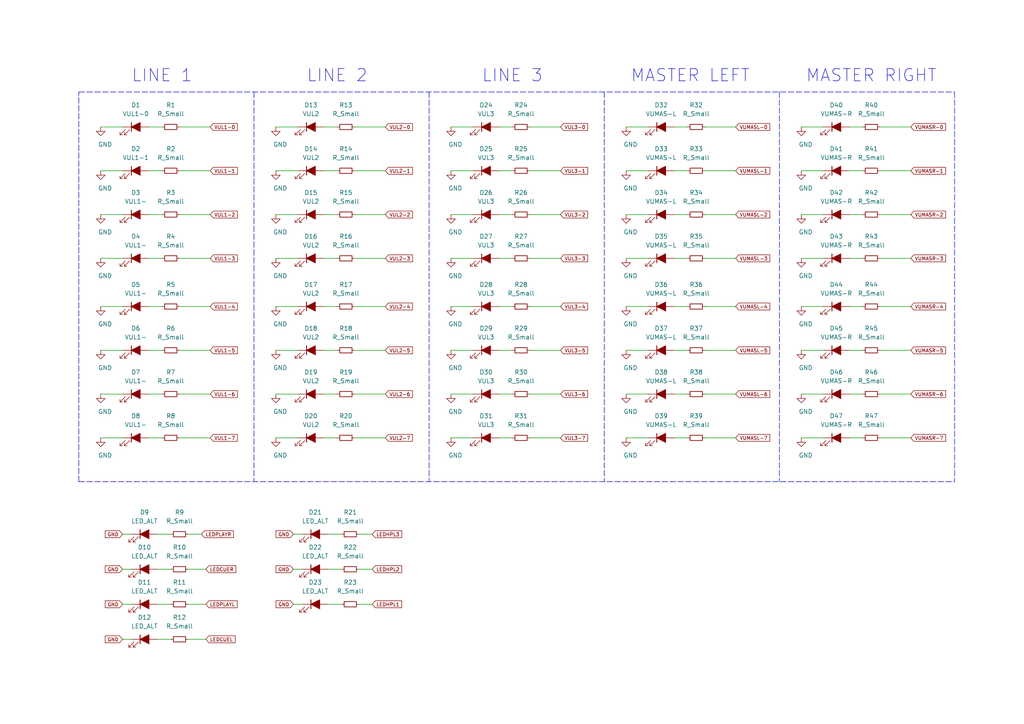
<source format=kicad_sch>
(kicad_sch (version 20210126) (generator eeschema)
  (paper "A4")
  (lib_symbols
    (symbol "Device:LED_Filled" (pin_numbers hide) (pin_names (offset 1.016) hide)
      (property "Reference" "D" (at 0 2.54 0))
      (property "Value" "LED_Filled" (at 0 -2.54 0))
      (symbol "LED_Filled_0_1"
        (polyline (pts (xy -1.27 -1.27) (xy -1.27 1.27)) (stroke (width 0.254)))
        (polyline (pts (xy -1.27 0) (xy 1.27 0)))
        (polyline (pts (xy -3.048 -0.762) (xy -4.572 -2.286) (xy -3.81 -2.286) (xy -4.572 -2.286) (xy -4.572 -1.524)))
        (polyline (pts (xy -1.778 -0.762) (xy -3.302 -2.286) (xy -2.54 -2.286) (xy -3.302 -2.286) (xy -3.302 -1.524)))
        (polyline (pts (xy 1.27 -1.27) (xy 1.27 1.27) (xy -1.27 0) (xy 1.27 -1.27)) (stroke (width 0.254)) (fill (type outline)))
      )
      (symbol "LED_Filled_1_1"
        (pin passive line (at -3.81 0 0) (length 2.54) (name "K") (number "1"))
        (pin passive line (at 3.81 0 180) (length 2.54) (name "A") (number "2"))
      )
    )
    (symbol "Device:R_Small" (pin_numbers hide) (pin_names (offset 0.254) hide)
      (property "Reference" "R" (at 0.762 0.508 0))
      (property "Value" "R_Small" (at 0.762 -1.016 0))
      (symbol "R_Small_0_1"
        (rectangle (start -0.762 1.778) (end 0.762 -1.778) (stroke (width 0.2032)))
      )
      (symbol "R_Small_1_1"
        (pin passive line (at 0 2.54 270) (length 0.762) (name "~") (number "1"))
        (pin passive line (at 0 -2.54 90) (length 0.762) (name "~") (number "2"))
      )
    )
    (symbol "power:GND" (power) (pin_names (offset 0))
      (property "Value" "GND" (at 0 -3.81 0))
      (symbol "GND_0_1"
        (polyline (pts (xy 0 0) (xy 0 -1.27) (xy 1.27 -1.27) (xy 0 -2.54) (xy -1.27 -1.27) (xy 0 -1.27)))
      )
      (symbol "GND_1_1"
        (pin power_in line (at 0 0 270) (length 0) hide (name "GND") (number "1"))
      )
    )
  )
  (wire (pts (xy 29.21 36.83) (xy 35.56 36.83)))
  (wire (pts (xy 29.21 49.53) (xy 35.56 49.53)))
  (wire (pts (xy 29.21 62.23) (xy 35.56 62.23)))
  (wire (pts (xy 29.21 74.93) (xy 35.56 74.93)))
  (wire (pts (xy 29.21 88.9) (xy 35.56 88.9)))
  (wire (pts (xy 29.21 101.6) (xy 35.56 101.6)))
  (wire (pts (xy 29.21 114.3) (xy 35.56 114.3)))
  (wire (pts (xy 29.21 127) (xy 35.56 127)))
  (wire (pts (xy 35.56 154.94) (xy 38.1 154.94)))
  (wire (pts (xy 35.56 165.1) (xy 38.1 165.1)))
  (wire (pts (xy 35.56 175.26) (xy 38.1 175.26)))
  (wire (pts (xy 35.56 185.42) (xy 38.1 185.42)))
  (wire (pts (xy 43.18 36.83) (xy 46.99 36.83)))
  (wire (pts (xy 43.18 49.53) (xy 46.99 49.53)))
  (wire (pts (xy 43.18 62.23) (xy 46.99 62.23)))
  (wire (pts (xy 43.18 74.93) (xy 46.99 74.93)))
  (wire (pts (xy 43.18 88.9) (xy 46.99 88.9)))
  (wire (pts (xy 43.18 101.6) (xy 46.99 101.6)))
  (wire (pts (xy 43.18 114.3) (xy 46.99 114.3)))
  (wire (pts (xy 43.18 127) (xy 46.99 127)))
  (wire (pts (xy 45.72 154.94) (xy 49.53 154.94)))
  (wire (pts (xy 45.72 165.1) (xy 49.53 165.1)))
  (wire (pts (xy 45.72 175.26) (xy 49.53 175.26)))
  (wire (pts (xy 45.72 185.42) (xy 49.53 185.42)))
  (wire (pts (xy 52.07 36.83) (xy 60.96 36.83)))
  (wire (pts (xy 52.07 49.53) (xy 60.96 49.53)))
  (wire (pts (xy 52.07 62.23) (xy 60.96 62.23)))
  (wire (pts (xy 52.07 74.93) (xy 60.96 74.93)))
  (wire (pts (xy 52.07 88.9) (xy 60.96 88.9)))
  (wire (pts (xy 52.07 101.6) (xy 60.96 101.6)))
  (wire (pts (xy 52.07 114.3) (xy 60.96 114.3)))
  (wire (pts (xy 52.07 127) (xy 60.96 127)))
  (wire (pts (xy 54.61 154.94) (xy 58.42 154.94)))
  (wire (pts (xy 54.61 165.1) (xy 59.69 165.1)))
  (wire (pts (xy 54.61 175.26) (xy 59.69 175.26)))
  (wire (pts (xy 54.61 185.42) (xy 59.69 185.42)))
  (wire (pts (xy 80.01 36.83) (xy 86.36 36.83)))
  (wire (pts (xy 80.01 49.53) (xy 86.36 49.53)))
  (wire (pts (xy 80.01 62.23) (xy 86.36 62.23)))
  (wire (pts (xy 80.01 74.93) (xy 86.36 74.93)))
  (wire (pts (xy 80.01 88.9) (xy 86.36 88.9)))
  (wire (pts (xy 80.01 101.6) (xy 86.36 101.6)))
  (wire (pts (xy 80.01 114.3) (xy 86.36 114.3)))
  (wire (pts (xy 80.01 127) (xy 86.36 127)))
  (wire (pts (xy 85.09 154.94) (xy 87.63 154.94)))
  (wire (pts (xy 85.09 165.1) (xy 87.63 165.1)))
  (wire (pts (xy 85.09 175.26) (xy 87.63 175.26)))
  (wire (pts (xy 93.98 36.83) (xy 97.79 36.83)))
  (wire (pts (xy 93.98 49.53) (xy 97.79 49.53)))
  (wire (pts (xy 93.98 62.23) (xy 97.79 62.23)))
  (wire (pts (xy 93.98 74.93) (xy 97.79 74.93)))
  (wire (pts (xy 93.98 88.9) (xy 97.79 88.9)))
  (wire (pts (xy 93.98 101.6) (xy 97.79 101.6)))
  (wire (pts (xy 93.98 114.3) (xy 97.79 114.3)))
  (wire (pts (xy 93.98 127) (xy 97.79 127)))
  (wire (pts (xy 95.25 154.94) (xy 99.06 154.94)))
  (wire (pts (xy 95.25 165.1) (xy 99.06 165.1)))
  (wire (pts (xy 95.25 175.26) (xy 99.06 175.26)))
  (wire (pts (xy 102.87 36.83) (xy 111.76 36.83)))
  (wire (pts (xy 102.87 49.53) (xy 111.76 49.53)))
  (wire (pts (xy 102.87 62.23) (xy 111.76 62.23)))
  (wire (pts (xy 102.87 74.93) (xy 111.76 74.93)))
  (wire (pts (xy 102.87 88.9) (xy 111.76 88.9)))
  (wire (pts (xy 102.87 101.6) (xy 111.76 101.6)))
  (wire (pts (xy 102.87 114.3) (xy 111.76 114.3)))
  (wire (pts (xy 102.87 127) (xy 111.76 127)))
  (wire (pts (xy 104.14 154.94) (xy 107.95 154.94)))
  (wire (pts (xy 104.14 165.1) (xy 107.95 165.1)))
  (wire (pts (xy 104.14 175.26) (xy 107.95 175.26)))
  (wire (pts (xy 130.81 36.83) (xy 137.16 36.83)))
  (wire (pts (xy 130.81 49.53) (xy 137.16 49.53)))
  (wire (pts (xy 130.81 62.23) (xy 137.16 62.23)))
  (wire (pts (xy 130.81 74.93) (xy 137.16 74.93)))
  (wire (pts (xy 130.81 88.9) (xy 137.16 88.9)))
  (wire (pts (xy 130.81 101.6) (xy 137.16 101.6)))
  (wire (pts (xy 130.81 114.3) (xy 137.16 114.3)))
  (wire (pts (xy 130.81 127) (xy 137.16 127)))
  (wire (pts (xy 144.78 36.83) (xy 148.59 36.83)))
  (wire (pts (xy 144.78 49.53) (xy 148.59 49.53)))
  (wire (pts (xy 144.78 62.23) (xy 148.59 62.23)))
  (wire (pts (xy 144.78 74.93) (xy 148.59 74.93)))
  (wire (pts (xy 144.78 88.9) (xy 148.59 88.9)))
  (wire (pts (xy 144.78 101.6) (xy 148.59 101.6)))
  (wire (pts (xy 144.78 114.3) (xy 148.59 114.3)))
  (wire (pts (xy 144.78 127) (xy 148.59 127)))
  (wire (pts (xy 153.67 36.83) (xy 162.56 36.83)))
  (wire (pts (xy 153.67 49.53) (xy 162.56 49.53)))
  (wire (pts (xy 153.67 62.23) (xy 162.56 62.23)))
  (wire (pts (xy 153.67 74.93) (xy 162.56 74.93)))
  (wire (pts (xy 153.67 88.9) (xy 162.56 88.9)))
  (wire (pts (xy 153.67 101.6) (xy 162.56 101.6)))
  (wire (pts (xy 153.67 114.3) (xy 162.56 114.3)))
  (wire (pts (xy 153.67 127) (xy 162.56 127)))
  (wire (pts (xy 181.61 36.83) (xy 187.96 36.83)))
  (wire (pts (xy 181.61 49.53) (xy 187.96 49.53)))
  (wire (pts (xy 181.61 62.23) (xy 187.96 62.23)))
  (wire (pts (xy 181.61 74.93) (xy 187.96 74.93)))
  (wire (pts (xy 181.61 88.9) (xy 187.96 88.9)))
  (wire (pts (xy 181.61 101.6) (xy 187.96 101.6)))
  (wire (pts (xy 181.61 114.3) (xy 187.96 114.3)))
  (wire (pts (xy 181.61 127) (xy 187.96 127)))
  (wire (pts (xy 195.58 36.83) (xy 199.39 36.83)))
  (wire (pts (xy 195.58 49.53) (xy 199.39 49.53)))
  (wire (pts (xy 195.58 62.23) (xy 199.39 62.23)))
  (wire (pts (xy 195.58 74.93) (xy 199.39 74.93)))
  (wire (pts (xy 195.58 88.9) (xy 199.39 88.9)))
  (wire (pts (xy 195.58 101.6) (xy 199.39 101.6)))
  (wire (pts (xy 195.58 114.3) (xy 199.39 114.3)))
  (wire (pts (xy 195.58 127) (xy 199.39 127)))
  (wire (pts (xy 204.47 36.83) (xy 213.36 36.83)))
  (wire (pts (xy 204.47 49.53) (xy 213.36 49.53)))
  (wire (pts (xy 204.47 62.23) (xy 213.36 62.23)))
  (wire (pts (xy 204.47 74.93) (xy 213.36 74.93)))
  (wire (pts (xy 204.47 88.9) (xy 213.36 88.9)))
  (wire (pts (xy 204.47 101.6) (xy 213.36 101.6)))
  (wire (pts (xy 204.47 114.3) (xy 213.36 114.3)))
  (wire (pts (xy 204.47 127) (xy 213.36 127)))
  (wire (pts (xy 232.41 36.83) (xy 238.76 36.83)))
  (wire (pts (xy 232.41 49.53) (xy 238.76 49.53)))
  (wire (pts (xy 232.41 62.23) (xy 238.76 62.23)))
  (wire (pts (xy 232.41 74.93) (xy 238.76 74.93)))
  (wire (pts (xy 232.41 88.9) (xy 238.76 88.9)))
  (wire (pts (xy 232.41 101.6) (xy 238.76 101.6)))
  (wire (pts (xy 232.41 114.3) (xy 238.76 114.3)))
  (wire (pts (xy 232.41 127) (xy 238.76 127)))
  (wire (pts (xy 246.38 36.83) (xy 250.19 36.83)))
  (wire (pts (xy 246.38 49.53) (xy 250.19 49.53)))
  (wire (pts (xy 246.38 62.23) (xy 250.19 62.23)))
  (wire (pts (xy 246.38 74.93) (xy 250.19 74.93)))
  (wire (pts (xy 246.38 88.9) (xy 250.19 88.9)))
  (wire (pts (xy 246.38 101.6) (xy 250.19 101.6)))
  (wire (pts (xy 246.38 114.3) (xy 250.19 114.3)))
  (wire (pts (xy 246.38 127) (xy 250.19 127)))
  (wire (pts (xy 255.27 36.83) (xy 264.16 36.83)))
  (wire (pts (xy 255.27 49.53) (xy 264.16 49.53)))
  (wire (pts (xy 255.27 62.23) (xy 264.16 62.23)))
  (wire (pts (xy 255.27 74.93) (xy 264.16 74.93)))
  (wire (pts (xy 255.27 88.9) (xy 264.16 88.9)))
  (wire (pts (xy 255.27 101.6) (xy 264.16 101.6)))
  (wire (pts (xy 255.27 114.3) (xy 264.16 114.3)))
  (wire (pts (xy 255.27 127) (xy 264.16 127)))
  (polyline (pts (xy 22.86 26.67) (xy 276.86 26.67)) (stroke (width 0) (type dash)))
  (polyline (pts (xy 22.86 139.7) (xy 22.86 26.67)) (stroke (width 0) (type dash)))
  (polyline (pts (xy 22.86 139.7) (xy 276.86 139.7)) (stroke (width 0) (type dash)))
  (polyline (pts (xy 73.66 26.67) (xy 73.66 139.7)) (stroke (width 0) (type dash)))
  (polyline (pts (xy 124.46 26.67) (xy 124.46 139.7)) (stroke (width 0) (type dash)))
  (polyline (pts (xy 175.26 26.67) (xy 175.26 139.7)) (stroke (width 0) (type dash)))
  (polyline (pts (xy 226.06 26.67) (xy 226.06 139.7)) (stroke (width 0) (type dash)))
  (polyline (pts (xy 276.86 26.67) (xy 276.86 139.7)) (stroke (width 0) (type dash)))
  (text "LINE 1" (at 38.1 24.13 0) (effects (font (size 3.556 3.556)) (justify left bottom)))
  (text "LINE 2" (at 88.9 24.13 0) (effects (font (size 3.556 3.556)) (justify left bottom)))
  (text "LINE 3" (at 139.7 24.13 0) (effects (font (size 3.556 3.556)) (justify left bottom)))
  (text "MASTER LEFT" (at 182.88 24.13 0) (effects (font (size 3.556 3.556)) (justify left bottom)))
  (text "MASTER RIGHT" (at 233.68 24.13 0) (effects (font (size 3.556 3.556)) (justify left bottom)))
  (global_label "GND" (shape input) (at 35.56 154.94 180) (effects (font (size 1.016 1.016))) (property "Intersheet References" "${INTERSHEET_REFS}" (effects hide)))
  (global_label "GND" (shape input) (at 35.56 165.1 180) (effects (font (size 1.016 1.016))) (property "Intersheet References" "${INTERSHEET_REFS}" (effects hide)))
  (global_label "GND" (shape input) (at 35.56 175.26 180) (effects (font (size 1.016 1.016))) (property "Intersheet References" "${INTERSHEET_REFS}" (effects hide)))
  (global_label "GND" (shape input) (at 35.56 185.42 180) (effects (font (size 1.016 1.016))) (property "Intersheet References" "${INTERSHEET_REFS}" (effects hide)))
  (global_label "LEDPLAYR" (shape input) (at 58.42 154.94 0) (effects (font (size 1.016 1.016))) (property "Intersheet References" "${INTERSHEET_REFS}" (effects hide)))
  (global_label "LEDCUER" (shape input) (at 59.69 165.1 0) (effects (font (size 1.016 1.016))) (property "Intersheet References" "${INTERSHEET_REFS}" (effects hide)))
  (global_label "LEDPLAYL" (shape input) (at 59.69 175.26 0) (effects (font (size 1.016 1.016))) (property "Intersheet References" "${INTERSHEET_REFS}" (effects hide)))
  (global_label "LEDCUEL" (shape input) (at 59.69 185.42 0) (effects (font (size 1.016 1.016))) (property "Intersheet References" "${INTERSHEET_REFS}" (effects hide)))
  (global_label "VUL1-0" (shape input) (at 60.96 36.83 0) (effects (font (size 1.016 1.016))) (property "Intersheet References" "${INTERSHEET_REFS}" (effects hide)))
  (global_label "VUL1-1" (shape input) (at 60.96 49.53 0) (effects (font (size 1.016 1.016))) (property "Intersheet References" "${INTERSHEET_REFS}" (effects hide)))
  (global_label "VUL1-2" (shape input) (at 60.96 62.23 0) (effects (font (size 1.016 1.016))) (property "Intersheet References" "${INTERSHEET_REFS}" (effects hide)))
  (global_label "VUL1-3" (shape input) (at 60.96 74.93 0) (effects (font (size 1.016 1.016))) (property "Intersheet References" "${INTERSHEET_REFS}" (effects hide)))
  (global_label "VUL1-4" (shape input) (at 60.96 88.9 0) (effects (font (size 1.016 1.016))) (property "Intersheet References" "${INTERSHEET_REFS}" (effects hide)))
  (global_label "VUL1-5" (shape input) (at 60.96 101.6 0) (effects (font (size 1.016 1.016))) (property "Intersheet References" "${INTERSHEET_REFS}" (effects hide)))
  (global_label "VUL1-6" (shape input) (at 60.96 114.3 0) (effects (font (size 1.016 1.016))) (property "Intersheet References" "${INTERSHEET_REFS}" (effects hide)))
  (global_label "VUL1-7" (shape input) (at 60.96 127 0) (effects (font (size 1.016 1.016))) (property "Intersheet References" "${INTERSHEET_REFS}" (effects hide)))
  (global_label "GND" (shape input) (at 85.09 154.94 180) (effects (font (size 1.016 1.016))) (property "Intersheet References" "${INTERSHEET_REFS}" (effects hide)))
  (global_label "GND" (shape input) (at 85.09 165.1 180) (effects (font (size 1.016 1.016))) (property "Intersheet References" "${INTERSHEET_REFS}" (effects hide)))
  (global_label "GND" (shape input) (at 85.09 175.26 180) (effects (font (size 1.016 1.016))) (property "Intersheet References" "${INTERSHEET_REFS}" (effects hide)))
  (global_label "LEDHPL3" (shape input) (at 107.95 154.94 0) (effects (font (size 1.016 1.016))) (property "Intersheet References" "${INTERSHEET_REFS}" (effects hide)))
  (global_label "LEDHPL2" (shape input) (at 107.95 165.1 0) (effects (font (size 1.016 1.016))) (property "Intersheet References" "${INTERSHEET_REFS}" (effects hide)))
  (global_label "LEDHPL1" (shape input) (at 107.95 175.26 0) (effects (font (size 1.016 1.016))) (property "Intersheet References" "${INTERSHEET_REFS}" (effects hide)))
  (global_label "VUL2-0" (shape input) (at 111.76 36.83 0) (effects (font (size 1.016 1.016))) (property "Intersheet References" "${INTERSHEET_REFS}" (effects hide)))
  (global_label "VUL2-1" (shape input) (at 111.76 49.53 0) (effects (font (size 1.016 1.016))) (property "Intersheet References" "${INTERSHEET_REFS}" (effects hide)))
  (global_label "VUL2-2" (shape input) (at 111.76 62.23 0) (effects (font (size 1.016 1.016))) (property "Intersheet References" "${INTERSHEET_REFS}" (effects hide)))
  (global_label "VUL2-3" (shape input) (at 111.76 74.93 0) (effects (font (size 1.016 1.016))) (property "Intersheet References" "${INTERSHEET_REFS}" (effects hide)))
  (global_label "VUL2-4" (shape input) (at 111.76 88.9 0) (effects (font (size 1.016 1.016))) (property "Intersheet References" "${INTERSHEET_REFS}" (effects hide)))
  (global_label "VUL2-5" (shape input) (at 111.76 101.6 0) (effects (font (size 1.016 1.016))) (property "Intersheet References" "${INTERSHEET_REFS}" (effects hide)))
  (global_label "VUL2-6" (shape input) (at 111.76 114.3 0) (effects (font (size 1.016 1.016))) (property "Intersheet References" "${INTERSHEET_REFS}" (effects hide)))
  (global_label "VUL2-7" (shape input) (at 111.76 127 0) (effects (font (size 1.016 1.016))) (property "Intersheet References" "${INTERSHEET_REFS}" (effects hide)))
  (global_label "VUL3-0" (shape input) (at 162.56 36.83 0) (effects (font (size 1.016 1.016))) (property "Intersheet References" "${INTERSHEET_REFS}" (effects hide)))
  (global_label "VUL3-1" (shape input) (at 162.56 49.53 0) (effects (font (size 1.016 1.016))) (property "Intersheet References" "${INTERSHEET_REFS}" (effects hide)))
  (global_label "VUL3-2" (shape input) (at 162.56 62.23 0) (effects (font (size 1.016 1.016))) (property "Intersheet References" "${INTERSHEET_REFS}" (effects hide)))
  (global_label "VUL3-3" (shape input) (at 162.56 74.93 0) (effects (font (size 1.016 1.016))) (property "Intersheet References" "${INTERSHEET_REFS}" (effects hide)))
  (global_label "VUL3-4" (shape input) (at 162.56 88.9 0) (effects (font (size 1.016 1.016))) (property "Intersheet References" "${INTERSHEET_REFS}" (effects hide)))
  (global_label "VUL3-5" (shape input) (at 162.56 101.6 0) (effects (font (size 1.016 1.016))) (property "Intersheet References" "${INTERSHEET_REFS}" (effects hide)))
  (global_label "VUL3-6" (shape input) (at 162.56 114.3 0) (effects (font (size 1.016 1.016))) (property "Intersheet References" "${INTERSHEET_REFS}" (effects hide)))
  (global_label "VUL3-7" (shape input) (at 162.56 127 0) (effects (font (size 1.016 1.016))) (property "Intersheet References" "${INTERSHEET_REFS}" (effects hide)))
  (global_label "VUMASL-0" (shape input) (at 213.36 36.83 0) (effects (font (size 1.016 1.016))) (property "Intersheet References" "${INTERSHEET_REFS}" (effects hide)))
  (global_label "VUMASL-1" (shape input) (at 213.36 49.53 0) (effects (font (size 1.016 1.016))) (property "Intersheet References" "${INTERSHEET_REFS}" (effects hide)))
  (global_label "VUMASL-2" (shape input) (at 213.36 62.23 0) (effects (font (size 1.016 1.016))) (property "Intersheet References" "${INTERSHEET_REFS}" (effects hide)))
  (global_label "VUMASL-3" (shape input) (at 213.36 74.93 0) (effects (font (size 1.016 1.016))) (property "Intersheet References" "${INTERSHEET_REFS}" (effects hide)))
  (global_label "VUMASL-4" (shape input) (at 213.36 88.9 0) (effects (font (size 1.016 1.016))) (property "Intersheet References" "${INTERSHEET_REFS}" (effects hide)))
  (global_label "VUMASL-5" (shape input) (at 213.36 101.6 0) (effects (font (size 1.016 1.016))) (property "Intersheet References" "${INTERSHEET_REFS}" (effects hide)))
  (global_label "VUMASL-6" (shape input) (at 213.36 114.3 0) (effects (font (size 1.016 1.016))) (property "Intersheet References" "${INTERSHEET_REFS}" (effects hide)))
  (global_label "VUMASL-7" (shape input) (at 213.36 127 0) (effects (font (size 1.016 1.016))) (property "Intersheet References" "${INTERSHEET_REFS}" (effects hide)))
  (global_label "VUMASR-0" (shape input) (at 264.16 36.83 0) (effects (font (size 1.016 1.016))) (property "Intersheet References" "${INTERSHEET_REFS}" (effects hide)))
  (global_label "VUMASR-1" (shape input) (at 264.16 49.53 0) (effects (font (size 1.016 1.016))) (property "Intersheet References" "${INTERSHEET_REFS}" (effects hide)))
  (global_label "VUMASR-2" (shape input) (at 264.16 62.23 0) (effects (font (size 1.016 1.016))) (property "Intersheet References" "${INTERSHEET_REFS}" (effects hide)))
  (global_label "VUMASR-3" (shape input) (at 264.16 74.93 0) (effects (font (size 1.016 1.016))) (property "Intersheet References" "${INTERSHEET_REFS}" (effects hide)))
  (global_label "VUMASR-4" (shape input) (at 264.16 88.9 0) (effects (font (size 1.016 1.016))) (property "Intersheet References" "${INTERSHEET_REFS}" (effects hide)))
  (global_label "VUMASR-5" (shape input) (at 264.16 101.6 0) (effects (font (size 1.016 1.016))) (property "Intersheet References" "${INTERSHEET_REFS}" (effects hide)))
  (global_label "VUMASR-6" (shape input) (at 264.16 114.3 0) (effects (font (size 1.016 1.016))) (property "Intersheet References" "${INTERSHEET_REFS}" (effects hide)))
  (global_label "VUMASR-7" (shape input) (at 264.16 127 0) (effects (font (size 1.016 1.016))) (property "Intersheet References" "${INTERSHEET_REFS}" (effects hide)))
  (symbol (lib_id "power:GND") (at 29.21 36.83 0) (unit 1)
    (property "Reference" "#PWR07" (effects hide))
    (property "Value" "GND" (at 30.48 41.91 0))
  )
  (symbol (lib_id "power:GND") (at 29.21 49.53 0) (unit 1)
    (property "Reference" "#PWR08" (effects hide))
    (property "Value" "GND" (at 30.48 54.61 0))
  )
  (symbol (lib_id "power:GND") (at 29.21 62.23 0) (unit 1)
    (property "Reference" "#PWR09" (effects hide))
    (property "Value" "GND" (at 30.48 67.31 0))
  )
  (symbol (lib_id "power:GND") (at 29.21 74.93 0) (unit 1)
    (property "Reference" "#PWR010" (effects hide))
    (property "Value" "GND" (at 30.48 80.01 0))
  )
  (symbol (lib_id "power:GND") (at 29.21 88.9 0) (unit 1)
    (property "Reference" "#PWR011" (effects hide))
    (property "Value" "GND" (at 30.48 93.98 0))
  )
  (symbol (lib_id "power:GND") (at 29.21 101.6 0) (unit 1)
    (property "Reference" "#PWR012" (effects hide))
    (property "Value" "GND" (at 30.48 106.68 0))
  )
  (symbol (lib_id "power:GND") (at 29.21 114.3 0) (unit 1)
    (property "Reference" "#PWR013" (effects hide))
    (property "Value" "GND" (at 30.48 119.38 0))
  )
  (symbol (lib_id "power:GND") (at 29.21 127 0) (unit 1)
    (property "Reference" "#PWR014" (effects hide))
    (property "Value" "GND" (at 30.48 132.08 0))
  )
  (symbol (lib_id "power:GND") (at 80.01 36.83 0) (unit 1)
    (property "Reference" "#PWR015" (effects hide))
    (property "Value" "GND" (at 81.28 41.91 0))
  )
  (symbol (lib_id "power:GND") (at 80.01 49.53 0) (unit 1)
    (property "Reference" "#PWR016" (effects hide))
    (property "Value" "GND" (at 81.28 54.61 0))
  )
  (symbol (lib_id "power:GND") (at 80.01 62.23 0) (unit 1)
    (property "Reference" "#PWR017" (effects hide))
    (property "Value" "GND" (at 81.28 67.31 0))
  )
  (symbol (lib_id "power:GND") (at 80.01 74.93 0) (unit 1)
    (property "Reference" "#PWR018" (effects hide))
    (property "Value" "GND" (at 81.28 80.01 0))
  )
  (symbol (lib_id "power:GND") (at 80.01 88.9 0) (unit 1)
    (property "Reference" "#PWR019" (effects hide))
    (property "Value" "GND" (at 81.28 93.98 0))
  )
  (symbol (lib_id "power:GND") (at 80.01 101.6 0) (unit 1)
    (property "Reference" "#PWR020" (effects hide))
    (property "Value" "GND" (at 81.28 106.68 0))
  )
  (symbol (lib_id "power:GND") (at 80.01 114.3 0) (unit 1)
    (property "Reference" "#PWR021" (effects hide))
    (property "Value" "GND" (at 81.28 119.38 0))
  )
  (symbol (lib_id "power:GND") (at 80.01 127 0) (unit 1)
    (property "Reference" "#PWR022" (effects hide))
    (property "Value" "GND" (at 81.28 132.08 0))
  )
  (symbol (lib_id "power:GND") (at 130.81 36.83 0) (unit 1)
    (property "Reference" "#PWR023" (effects hide))
    (property "Value" "GND" (at 132.08 41.91 0))
  )
  (symbol (lib_id "power:GND") (at 130.81 49.53 0) (unit 1)
    (property "Reference" "#PWR024" (effects hide))
    (property "Value" "GND" (at 132.08 54.61 0))
  )
  (symbol (lib_id "power:GND") (at 130.81 62.23 0) (unit 1)
    (property "Reference" "#PWR025" (effects hide))
    (property "Value" "GND" (at 132.08 67.31 0))
  )
  (symbol (lib_id "power:GND") (at 130.81 74.93 0) (unit 1)
    (property "Reference" "#PWR026" (effects hide))
    (property "Value" "GND" (at 132.08 80.01 0))
  )
  (symbol (lib_id "power:GND") (at 130.81 88.9 0) (unit 1)
    (property "Reference" "#PWR027" (effects hide))
    (property "Value" "GND" (at 132.08 93.98 0))
  )
  (symbol (lib_id "power:GND") (at 130.81 101.6 0) (unit 1)
    (property "Reference" "#PWR028" (effects hide))
    (property "Value" "GND" (at 132.08 106.68 0))
  )
  (symbol (lib_id "power:GND") (at 130.81 114.3 0) (unit 1)
    (property "Reference" "#PWR029" (effects hide))
    (property "Value" "GND" (at 132.08 119.38 0))
  )
  (symbol (lib_id "power:GND") (at 130.81 127 0) (unit 1)
    (property "Reference" "#PWR030" (effects hide))
    (property "Value" "GND" (at 132.08 132.08 0))
  )
  (symbol (lib_id "power:GND") (at 181.61 36.83 0) (unit 1)
    (property "Reference" "#PWR031" (effects hide))
    (property "Value" "GND" (at 182.88 41.91 0))
  )
  (symbol (lib_id "power:GND") (at 181.61 49.53 0) (unit 1)
    (property "Reference" "#PWR032" (effects hide))
    (property "Value" "GND" (at 182.88 54.61 0))
  )
  (symbol (lib_id "power:GND") (at 181.61 62.23 0) (unit 1)
    (property "Reference" "#PWR033" (effects hide))
    (property "Value" "GND" (at 182.88 67.31 0))
  )
  (symbol (lib_id "power:GND") (at 181.61 74.93 0) (unit 1)
    (property "Reference" "#PWR034" (effects hide))
    (property "Value" "GND" (at 182.88 80.01 0))
  )
  (symbol (lib_id "power:GND") (at 181.61 88.9 0) (unit 1)
    (property "Reference" "#PWR035" (effects hide))
    (property "Value" "GND" (at 182.88 93.98 0))
  )
  (symbol (lib_id "power:GND") (at 181.61 101.6 0) (unit 1)
    (property "Reference" "#PWR036" (effects hide))
    (property "Value" "GND" (at 182.88 106.68 0))
  )
  (symbol (lib_id "power:GND") (at 181.61 114.3 0) (unit 1)
    (property "Reference" "#PWR037" (effects hide))
    (property "Value" "GND" (at 182.88 119.38 0))
  )
  (symbol (lib_id "power:GND") (at 181.61 127 0) (unit 1)
    (property "Reference" "#PWR038" (effects hide))
    (property "Value" "GND" (at 182.88 132.08 0))
  )
  (symbol (lib_id "power:GND") (at 232.41 36.83 0) (unit 1)
    (property "Reference" "#PWR039" (effects hide))
    (property "Value" "GND" (at 233.68 41.91 0))
  )
  (symbol (lib_id "power:GND") (at 232.41 49.53 0) (unit 1)
    (property "Reference" "#PWR040" (effects hide))
    (property "Value" "GND" (at 233.68 54.61 0))
  )
  (symbol (lib_id "power:GND") (at 232.41 62.23 0) (unit 1)
    (property "Reference" "#PWR041" (effects hide))
    (property "Value" "GND" (at 233.68 67.31 0))
  )
  (symbol (lib_id "power:GND") (at 232.41 74.93 0) (unit 1)
    (property "Reference" "#PWR042" (effects hide))
    (property "Value" "GND" (at 233.68 80.01 0))
  )
  (symbol (lib_id "power:GND") (at 232.41 88.9 0) (unit 1)
    (property "Reference" "#PWR043" (effects hide))
    (property "Value" "GND" (at 233.68 93.98 0))
  )
  (symbol (lib_id "power:GND") (at 232.41 101.6 0) (unit 1)
    (property "Reference" "#PWR044" (effects hide))
    (property "Value" "GND" (at 233.68 106.68 0))
  )
  (symbol (lib_id "power:GND") (at 232.41 114.3 0) (unit 1)
    (property "Reference" "#PWR045" (effects hide))
    (property "Value" "GND" (at 233.68 119.38 0))
  )
  (symbol (lib_id "power:GND") (at 232.41 127 0) (unit 1)
    (property "Reference" "#PWR046" (effects hide))
    (property "Value" "GND" (at 233.68 132.08 0))
  )
  (symbol (lib_id "Device:R_Small") (at 49.53 36.83 270) (unit 1)
    (property "Reference" "R1" (at 49.53 30.48 90))
    (property "Value" "R_Small" (at 49.53 33.02 90))
    (property "Footprint" "Resistor_THT:R_Axial_DIN0207_L6.3mm_D2.5mm_P7.62mm_Horizontal" (effects hide))
  )
  (symbol (lib_id "Device:R_Small") (at 49.53 49.53 270) (unit 1)
    (property "Reference" "R2" (at 49.53 43.18 90))
    (property "Value" "R_Small" (at 49.53 45.72 90))
    (property "Footprint" "Resistor_THT:R_Axial_DIN0207_L6.3mm_D2.5mm_P7.62mm_Horizontal" (effects hide))
  )
  (symbol (lib_id "Device:R_Small") (at 49.53 62.23 270) (unit 1)
    (property "Reference" "R3" (at 49.53 55.88 90))
    (property "Value" "R_Small" (at 49.53 58.42 90))
    (property "Footprint" "Resistor_THT:R_Axial_DIN0207_L6.3mm_D2.5mm_P7.62mm_Horizontal" (effects hide))
  )
  (symbol (lib_id "Device:R_Small") (at 49.53 74.93 270) (unit 1)
    (property "Reference" "R4" (at 49.53 68.58 90))
    (property "Value" "R_Small" (at 49.53 71.12 90))
    (property "Footprint" "Resistor_THT:R_Axial_DIN0207_L6.3mm_D2.5mm_P7.62mm_Horizontal" (effects hide))
  )
  (symbol (lib_id "Device:R_Small") (at 49.53 88.9 270) (unit 1)
    (property "Reference" "R5" (at 49.53 82.55 90))
    (property "Value" "R_Small" (at 49.53 85.09 90))
    (property "Footprint" "Resistor_THT:R_Axial_DIN0207_L6.3mm_D2.5mm_P7.62mm_Horizontal" (effects hide))
  )
  (symbol (lib_id "Device:R_Small") (at 49.53 101.6 270) (unit 1)
    (property "Reference" "R6" (at 49.53 95.25 90))
    (property "Value" "R_Small" (at 49.53 97.79 90))
    (property "Footprint" "Resistor_THT:R_Axial_DIN0207_L6.3mm_D2.5mm_P7.62mm_Horizontal" (effects hide))
  )
  (symbol (lib_id "Device:R_Small") (at 49.53 114.3 270) (unit 1)
    (property "Reference" "R7" (at 49.53 107.95 90))
    (property "Value" "R_Small" (at 49.53 110.49 90))
    (property "Footprint" "Resistor_THT:R_Axial_DIN0207_L6.3mm_D2.5mm_P7.62mm_Horizontal" (effects hide))
  )
  (symbol (lib_id "Device:R_Small") (at 49.53 127 270) (unit 1)
    (property "Reference" "R8" (at 49.53 120.65 90))
    (property "Value" "R_Small" (at 49.53 123.19 90))
    (property "Footprint" "Resistor_THT:R_Axial_DIN0207_L6.3mm_D2.5mm_P7.62mm_Horizontal" (effects hide))
  )
  (symbol (lib_id "Device:R_Small") (at 52.07 154.94 270) (unit 1)
    (property "Reference" "R9" (at 52.07 148.59 90))
    (property "Value" "R_Small" (at 52.07 151.13 90))
    (property "Footprint" "Resistor_THT:R_Axial_DIN0207_L6.3mm_D2.5mm_P7.62mm_Horizontal" (effects hide))
  )
  (symbol (lib_id "Device:R_Small") (at 52.07 165.1 270) (unit 1)
    (property "Reference" "R10" (at 52.07 158.75 90))
    (property "Value" "R_Small" (at 52.07 161.29 90))
    (property "Footprint" "Resistor_THT:R_Axial_DIN0207_L6.3mm_D2.5mm_P7.62mm_Horizontal" (effects hide))
  )
  (symbol (lib_id "Device:R_Small") (at 52.07 175.26 270) (unit 1)
    (property "Reference" "R11" (at 52.07 168.91 90))
    (property "Value" "R_Small" (at 52.07 171.45 90))
    (property "Footprint" "Resistor_THT:R_Axial_DIN0207_L6.3mm_D2.5mm_P7.62mm_Horizontal" (effects hide))
  )
  (symbol (lib_id "Device:R_Small") (at 52.07 185.42 270) (unit 1)
    (property "Reference" "R12" (at 52.07 179.07 90))
    (property "Value" "R_Small" (at 52.07 181.61 90))
    (property "Footprint" "Resistor_THT:R_Axial_DIN0207_L6.3mm_D2.5mm_P7.62mm_Horizontal" (effects hide))
  )
  (symbol (lib_id "Device:R_Small") (at 100.33 36.83 270) (unit 1)
    (property "Reference" "R13" (at 100.33 30.48 90))
    (property "Value" "R_Small" (at 100.33 33.02 90))
    (property "Footprint" "Resistor_THT:R_Axial_DIN0207_L6.3mm_D2.5mm_P7.62mm_Horizontal" (effects hide))
  )
  (symbol (lib_id "Device:R_Small") (at 100.33 49.53 270) (unit 1)
    (property "Reference" "R14" (at 100.33 43.18 90))
    (property "Value" "R_Small" (at 100.33 45.72 90))
    (property "Footprint" "Resistor_THT:R_Axial_DIN0207_L6.3mm_D2.5mm_P7.62mm_Horizontal" (effects hide))
  )
  (symbol (lib_id "Device:R_Small") (at 100.33 62.23 270) (unit 1)
    (property "Reference" "R15" (at 100.33 55.88 90))
    (property "Value" "R_Small" (at 100.33 58.42 90))
    (property "Footprint" "Resistor_THT:R_Axial_DIN0207_L6.3mm_D2.5mm_P7.62mm_Horizontal" (effects hide))
  )
  (symbol (lib_id "Device:R_Small") (at 100.33 74.93 270) (unit 1)
    (property "Reference" "R16" (at 100.33 68.58 90))
    (property "Value" "R_Small" (at 100.33 71.12 90))
    (property "Footprint" "Resistor_THT:R_Axial_DIN0207_L6.3mm_D2.5mm_P7.62mm_Horizontal" (effects hide))
  )
  (symbol (lib_id "Device:R_Small") (at 100.33 88.9 270) (unit 1)
    (property "Reference" "R17" (at 100.33 82.55 90))
    (property "Value" "R_Small" (at 100.33 85.09 90))
    (property "Footprint" "Resistor_THT:R_Axial_DIN0207_L6.3mm_D2.5mm_P7.62mm_Horizontal" (effects hide))
  )
  (symbol (lib_id "Device:R_Small") (at 100.33 101.6 270) (unit 1)
    (property "Reference" "R18" (at 100.33 95.25 90))
    (property "Value" "R_Small" (at 100.33 97.79 90))
    (property "Footprint" "Resistor_THT:R_Axial_DIN0207_L6.3mm_D2.5mm_P7.62mm_Horizontal" (effects hide))
  )
  (symbol (lib_id "Device:R_Small") (at 100.33 114.3 270) (unit 1)
    (property "Reference" "R19" (at 100.33 107.95 90))
    (property "Value" "R_Small" (at 100.33 110.49 90))
    (property "Footprint" "Resistor_THT:R_Axial_DIN0207_L6.3mm_D2.5mm_P7.62mm_Horizontal" (effects hide))
  )
  (symbol (lib_id "Device:R_Small") (at 100.33 127 270) (unit 1)
    (property "Reference" "R20" (at 100.33 120.65 90))
    (property "Value" "R_Small" (at 100.33 123.19 90))
    (property "Footprint" "Resistor_THT:R_Axial_DIN0207_L6.3mm_D2.5mm_P7.62mm_Horizontal" (effects hide))
  )
  (symbol (lib_id "Device:R_Small") (at 101.6 154.94 270) (unit 1)
    (property "Reference" "R21" (at 101.6 148.59 90))
    (property "Value" "R_Small" (at 101.6 151.13 90))
    (property "Footprint" "Resistor_THT:R_Axial_DIN0207_L6.3mm_D2.5mm_P7.62mm_Horizontal" (effects hide))
  )
  (symbol (lib_id "Device:R_Small") (at 101.6 165.1 270) (unit 1)
    (property "Reference" "R22" (at 101.6 158.75 90))
    (property "Value" "R_Small" (at 101.6 161.29 90))
    (property "Footprint" "Resistor_THT:R_Axial_DIN0207_L6.3mm_D2.5mm_P7.62mm_Horizontal" (effects hide))
  )
  (symbol (lib_id "Device:R_Small") (at 101.6 175.26 270) (unit 1)
    (property "Reference" "R23" (at 101.6 168.91 90))
    (property "Value" "R_Small" (at 101.6 171.45 90))
    (property "Footprint" "Resistor_THT:R_Axial_DIN0207_L6.3mm_D2.5mm_P7.62mm_Horizontal" (effects hide))
  )
  (symbol (lib_id "Device:R_Small") (at 151.13 36.83 270) (unit 1)
    (property "Reference" "R24" (at 151.13 30.48 90))
    (property "Value" "R_Small" (at 151.13 33.02 90))
    (property "Footprint" "Resistor_THT:R_Axial_DIN0207_L6.3mm_D2.5mm_P7.62mm_Horizontal" (effects hide))
  )
  (symbol (lib_id "Device:R_Small") (at 151.13 49.53 270) (unit 1)
    (property "Reference" "R25" (at 151.13 43.18 90))
    (property "Value" "R_Small" (at 151.13 45.72 90))
    (property "Footprint" "Resistor_THT:R_Axial_DIN0207_L6.3mm_D2.5mm_P7.62mm_Horizontal" (effects hide))
  )
  (symbol (lib_id "Device:R_Small") (at 151.13 62.23 270) (unit 1)
    (property "Reference" "R26" (at 151.13 55.88 90))
    (property "Value" "R_Small" (at 151.13 58.42 90))
    (property "Footprint" "Resistor_THT:R_Axial_DIN0207_L6.3mm_D2.5mm_P7.62mm_Horizontal" (effects hide))
  )
  (symbol (lib_id "Device:R_Small") (at 151.13 74.93 270) (unit 1)
    (property "Reference" "R27" (at 151.13 68.58 90))
    (property "Value" "R_Small" (at 151.13 71.12 90))
    (property "Footprint" "Resistor_THT:R_Axial_DIN0207_L6.3mm_D2.5mm_P7.62mm_Horizontal" (effects hide))
  )
  (symbol (lib_id "Device:R_Small") (at 151.13 88.9 270) (unit 1)
    (property "Reference" "R28" (at 151.13 82.55 90))
    (property "Value" "R_Small" (at 151.13 85.09 90))
    (property "Footprint" "Resistor_THT:R_Axial_DIN0207_L6.3mm_D2.5mm_P7.62mm_Horizontal" (effects hide))
  )
  (symbol (lib_id "Device:R_Small") (at 151.13 101.6 270) (unit 1)
    (property "Reference" "R29" (at 151.13 95.25 90))
    (property "Value" "R_Small" (at 151.13 97.79 90))
    (property "Footprint" "Resistor_THT:R_Axial_DIN0207_L6.3mm_D2.5mm_P7.62mm_Horizontal" (effects hide))
  )
  (symbol (lib_id "Device:R_Small") (at 151.13 114.3 270) (unit 1)
    (property "Reference" "R30" (at 151.13 107.95 90))
    (property "Value" "R_Small" (at 151.13 110.49 90))
    (property "Footprint" "Resistor_THT:R_Axial_DIN0207_L6.3mm_D2.5mm_P7.62mm_Horizontal" (effects hide))
  )
  (symbol (lib_id "Device:R_Small") (at 151.13 127 270) (unit 1)
    (property "Reference" "R31" (at 151.13 120.65 90))
    (property "Value" "R_Small" (at 151.13 123.19 90))
    (property "Footprint" "Resistor_THT:R_Axial_DIN0207_L6.3mm_D2.5mm_P7.62mm_Horizontal" (effects hide))
  )
  (symbol (lib_id "Device:R_Small") (at 201.93 36.83 270) (unit 1)
    (property "Reference" "R32" (at 201.93 30.48 90))
    (property "Value" "R_Small" (at 201.93 33.02 90))
    (property "Footprint" "Resistor_THT:R_Axial_DIN0207_L6.3mm_D2.5mm_P7.62mm_Horizontal" (effects hide))
  )
  (symbol (lib_id "Device:R_Small") (at 201.93 49.53 270) (unit 1)
    (property "Reference" "R33" (at 201.93 43.18 90))
    (property "Value" "R_Small" (at 201.93 45.72 90))
    (property "Footprint" "Resistor_THT:R_Axial_DIN0207_L6.3mm_D2.5mm_P7.62mm_Horizontal" (effects hide))
  )
  (symbol (lib_id "Device:R_Small") (at 201.93 62.23 270) (unit 1)
    (property "Reference" "R34" (at 201.93 55.88 90))
    (property "Value" "R_Small" (at 201.93 58.42 90))
    (property "Footprint" "Resistor_THT:R_Axial_DIN0207_L6.3mm_D2.5mm_P7.62mm_Horizontal" (effects hide))
  )
  (symbol (lib_id "Device:R_Small") (at 201.93 74.93 270) (unit 1)
    (property "Reference" "R35" (at 201.93 68.58 90))
    (property "Value" "R_Small" (at 201.93 71.12 90))
    (property "Footprint" "Resistor_THT:R_Axial_DIN0207_L6.3mm_D2.5mm_P7.62mm_Horizontal" (effects hide))
  )
  (symbol (lib_id "Device:R_Small") (at 201.93 88.9 270) (unit 1)
    (property "Reference" "R36" (at 201.93 82.55 90))
    (property "Value" "R_Small" (at 201.93 85.09 90))
    (property "Footprint" "Resistor_THT:R_Axial_DIN0207_L6.3mm_D2.5mm_P7.62mm_Horizontal" (effects hide))
  )
  (symbol (lib_id "Device:R_Small") (at 201.93 101.6 270) (unit 1)
    (property "Reference" "R37" (at 201.93 95.25 90))
    (property "Value" "R_Small" (at 201.93 97.79 90))
    (property "Footprint" "Resistor_THT:R_Axial_DIN0207_L6.3mm_D2.5mm_P7.62mm_Horizontal" (effects hide))
  )
  (symbol (lib_id "Device:R_Small") (at 201.93 114.3 270) (unit 1)
    (property "Reference" "R38" (at 201.93 107.95 90))
    (property "Value" "R_Small" (at 201.93 110.49 90))
    (property "Footprint" "Resistor_THT:R_Axial_DIN0207_L6.3mm_D2.5mm_P7.62mm_Horizontal" (effects hide))
  )
  (symbol (lib_id "Device:R_Small") (at 201.93 127 270) (unit 1)
    (property "Reference" "R39" (at 201.93 120.65 90))
    (property "Value" "R_Small" (at 201.93 123.19 90))
    (property "Footprint" "Resistor_THT:R_Axial_DIN0207_L6.3mm_D2.5mm_P7.62mm_Horizontal" (effects hide))
  )
  (symbol (lib_id "Device:R_Small") (at 252.73 36.83 270) (unit 1)
    (property "Reference" "R40" (at 252.73 30.48 90))
    (property "Value" "R_Small" (at 252.73 33.02 90))
    (property "Footprint" "Resistor_THT:R_Axial_DIN0207_L6.3mm_D2.5mm_P7.62mm_Horizontal" (effects hide))
  )
  (symbol (lib_id "Device:R_Small") (at 252.73 49.53 270) (unit 1)
    (property "Reference" "R41" (at 252.73 43.18 90))
    (property "Value" "R_Small" (at 252.73 45.72 90))
    (property "Footprint" "Resistor_THT:R_Axial_DIN0207_L6.3mm_D2.5mm_P7.62mm_Horizontal" (effects hide))
  )
  (symbol (lib_id "Device:R_Small") (at 252.73 62.23 270) (unit 1)
    (property "Reference" "R42" (at 252.73 55.88 90))
    (property "Value" "R_Small" (at 252.73 58.42 90))
    (property "Footprint" "Resistor_THT:R_Axial_DIN0207_L6.3mm_D2.5mm_P7.62mm_Horizontal" (effects hide))
  )
  (symbol (lib_id "Device:R_Small") (at 252.73 74.93 270) (unit 1)
    (property "Reference" "R43" (at 252.73 68.58 90))
    (property "Value" "R_Small" (at 252.73 71.12 90))
    (property "Footprint" "Resistor_THT:R_Axial_DIN0207_L6.3mm_D2.5mm_P7.62mm_Horizontal" (effects hide))
  )
  (symbol (lib_id "Device:R_Small") (at 252.73 88.9 270) (unit 1)
    (property "Reference" "R44" (at 252.73 82.55 90))
    (property "Value" "R_Small" (at 252.73 85.09 90))
    (property "Footprint" "Resistor_THT:R_Axial_DIN0207_L6.3mm_D2.5mm_P7.62mm_Horizontal" (effects hide))
  )
  (symbol (lib_id "Device:R_Small") (at 252.73 101.6 270) (unit 1)
    (property "Reference" "R45" (at 252.73 95.25 90))
    (property "Value" "R_Small" (at 252.73 97.79 90))
    (property "Footprint" "Resistor_THT:R_Axial_DIN0207_L6.3mm_D2.5mm_P7.62mm_Horizontal" (effects hide))
  )
  (symbol (lib_id "Device:R_Small") (at 252.73 114.3 270) (unit 1)
    (property "Reference" "R46" (at 252.73 107.95 90))
    (property "Value" "R_Small" (at 252.73 110.49 90))
    (property "Footprint" "Resistor_THT:R_Axial_DIN0207_L6.3mm_D2.5mm_P7.62mm_Horizontal" (effects hide))
  )
  (symbol (lib_id "Device:R_Small") (at 252.73 127 270) (unit 1)
    (property "Reference" "R47" (at 252.73 120.65 90))
    (property "Value" "R_Small" (at 252.73 123.19 90))
    (property "Footprint" "Resistor_THT:R_Axial_DIN0207_L6.3mm_D2.5mm_P7.62mm_Horizontal" (effects hide))
  )
  (symbol (lib_id "Device:LED_Filled") (at 39.37 36.83 0) (unit 1)
    (property "Reference" "D1" (at 39.37 30.48 0))
    (property "Value" "VUL1-0" (at 39.37 33.02 0))
    (property "Footprint" "LED_THT:LED_Rectangular_W3.0mm_H2.0mm" (effects hide))
  )
  (symbol (lib_id "Device:LED_Filled") (at 39.37 49.53 0) (unit 1)
    (property "Reference" "D2" (at 39.37 43.18 0))
    (property "Value" "VUL1-1" (at 39.37 45.72 0))
    (property "Footprint" "LED_THT:LED_Rectangular_W3.0mm_H2.0mm" (effects hide))
  )
  (symbol (lib_id "Device:LED_Filled") (at 39.37 62.23 0) (unit 1)
    (property "Reference" "D3" (at 39.37 55.88 0))
    (property "Value" "VUL1-" (at 39.37 58.42 0))
    (property "Footprint" "LED_THT:LED_Rectangular_W3.0mm_H2.0mm" (effects hide))
  )
  (symbol (lib_id "Device:LED_Filled") (at 39.37 74.93 0) (unit 1)
    (property "Reference" "D4" (at 39.37 68.58 0))
    (property "Value" "VUL1-" (at 39.37 71.12 0))
    (property "Footprint" "LED_THT:LED_Rectangular_W3.0mm_H2.0mm" (effects hide))
  )
  (symbol (lib_id "Device:LED_Filled") (at 39.37 88.9 0) (unit 1)
    (property "Reference" "D5" (at 39.37 82.55 0))
    (property "Value" "VUL1-" (at 39.37 85.09 0))
    (property "Footprint" "LED_THT:LED_Rectangular_W3.0mm_H2.0mm" (effects hide))
  )
  (symbol (lib_id "Device:LED_Filled") (at 39.37 101.6 0) (unit 1)
    (property "Reference" "D6" (at 39.37 95.25 0))
    (property "Value" "VUL1-" (at 39.37 97.79 0))
    (property "Footprint" "LED_THT:LED_Rectangular_W3.0mm_H2.0mm" (effects hide))
  )
  (symbol (lib_id "Device:LED_Filled") (at 39.37 114.3 0) (unit 1)
    (property "Reference" "D7" (at 39.37 107.95 0))
    (property "Value" "VUL1-" (at 39.37 110.49 0))
    (property "Footprint" "LED_THT:LED_Rectangular_W3.0mm_H2.0mm" (effects hide))
  )
  (symbol (lib_id "Device:LED_Filled") (at 39.37 127 0) (unit 1)
    (property "Reference" "D8" (at 39.37 120.65 0))
    (property "Value" "VUL1-" (at 39.37 123.19 0))
    (property "Footprint" "LED_THT:LED_Rectangular_W3.0mm_H2.0mm" (effects hide))
  )
  (symbol (lib_id "Device:LED_Filled") (at 41.91 154.94 0) (unit 1)
    (property "Reference" "D9" (at 41.91 148.59 0))
    (property "Value" "LED_ALT" (at 41.91 151.13 0))
    (property "Footprint" "LED_THT:LED_Rectangular_W3.0mm_H2.0mm" (effects hide))
  )
  (symbol (lib_id "Device:LED_Filled") (at 41.91 165.1 0) (unit 1)
    (property "Reference" "D10" (at 41.91 158.75 0))
    (property "Value" "LED_ALT" (at 41.91 161.29 0))
    (property "Footprint" "LED_THT:LED_Rectangular_W3.0mm_H2.0mm" (effects hide))
  )
  (symbol (lib_id "Device:LED_Filled") (at 41.91 175.26 0) (unit 1)
    (property "Reference" "D11" (at 41.91 168.91 0))
    (property "Value" "LED_ALT" (at 41.91 171.45 0))
    (property "Footprint" "LED_THT:LED_Rectangular_W3.0mm_H2.0mm" (effects hide))
  )
  (symbol (lib_id "Device:LED_Filled") (at 41.91 185.42 0) (unit 1)
    (property "Reference" "D12" (at 41.91 179.07 0))
    (property "Value" "LED_ALT" (at 41.91 181.61 0))
    (property "Footprint" "LED_THT:LED_Rectangular_W3.0mm_H2.0mm" (effects hide))
  )
  (symbol (lib_id "Device:LED_Filled") (at 90.17 36.83 0) (unit 1)
    (property "Reference" "D13" (at 90.17 30.48 0))
    (property "Value" "VUL2" (at 90.17 33.02 0))
    (property "Footprint" "LED_THT:LED_Rectangular_W3.0mm_H2.0mm" (effects hide))
  )
  (symbol (lib_id "Device:LED_Filled") (at 90.17 49.53 0) (unit 1)
    (property "Reference" "D14" (at 90.17 43.18 0))
    (property "Value" "VUL2" (at 90.17 45.72 0))
    (property "Footprint" "LED_THT:LED_Rectangular_W3.0mm_H2.0mm" (effects hide))
  )
  (symbol (lib_id "Device:LED_Filled") (at 90.17 62.23 0) (unit 1)
    (property "Reference" "D15" (at 90.17 55.88 0))
    (property "Value" "VUL2" (at 90.17 58.42 0))
    (property "Footprint" "LED_THT:LED_Rectangular_W3.0mm_H2.0mm" (effects hide))
  )
  (symbol (lib_id "Device:LED_Filled") (at 90.17 74.93 0) (unit 1)
    (property "Reference" "D16" (at 90.17 68.58 0))
    (property "Value" "VUL2" (at 90.17 71.12 0))
    (property "Footprint" "LED_THT:LED_Rectangular_W3.0mm_H2.0mm" (effects hide))
  )
  (symbol (lib_id "Device:LED_Filled") (at 90.17 88.9 0) (unit 1)
    (property "Reference" "D17" (at 90.17 82.55 0))
    (property "Value" "VUL2" (at 90.17 85.09 0))
    (property "Footprint" "LED_THT:LED_Rectangular_W3.0mm_H2.0mm" (effects hide))
  )
  (symbol (lib_id "Device:LED_Filled") (at 90.17 101.6 0) (unit 1)
    (property "Reference" "D18" (at 90.17 95.25 0))
    (property "Value" "VUL2" (at 90.17 97.79 0))
    (property "Footprint" "LED_THT:LED_Rectangular_W3.0mm_H2.0mm" (effects hide))
  )
  (symbol (lib_id "Device:LED_Filled") (at 90.17 114.3 0) (unit 1)
    (property "Reference" "D19" (at 90.17 107.95 0))
    (property "Value" "VUL2" (at 90.17 110.49 0))
    (property "Footprint" "LED_THT:LED_Rectangular_W3.0mm_H2.0mm" (effects hide))
  )
  (symbol (lib_id "Device:LED_Filled") (at 90.17 127 0) (unit 1)
    (property "Reference" "D20" (at 90.17 120.65 0))
    (property "Value" "VUL2" (at 90.17 123.19 0))
    (property "Footprint" "LED_THT:LED_Rectangular_W3.0mm_H2.0mm" (effects hide))
  )
  (symbol (lib_id "Device:LED_Filled") (at 91.44 154.94 0) (unit 1)
    (property "Reference" "D21" (at 91.44 148.59 0))
    (property "Value" "LED_ALT" (at 91.44 151.13 0))
    (property "Footprint" "LED_THT:LED_Rectangular_W3.0mm_H2.0mm" (effects hide))
  )
  (symbol (lib_id "Device:LED_Filled") (at 91.44 165.1 0) (unit 1)
    (property "Reference" "D22" (at 91.44 158.75 0))
    (property "Value" "LED_ALT" (at 91.44 161.29 0))
    (property "Footprint" "LED_THT:LED_Rectangular_W3.0mm_H2.0mm" (effects hide))
  )
  (symbol (lib_id "Device:LED_Filled") (at 91.44 175.26 0) (unit 1)
    (property "Reference" "D23" (at 91.44 168.91 0))
    (property "Value" "LED_ALT" (at 91.44 171.45 0))
    (property "Footprint" "LED_THT:LED_Rectangular_W3.0mm_H2.0mm" (effects hide))
  )
  (symbol (lib_id "Device:LED_Filled") (at 140.97 36.83 0) (unit 1)
    (property "Reference" "D24" (at 140.97 30.48 0))
    (property "Value" "VUL3" (at 140.97 33.02 0))
    (property "Footprint" "LED_THT:LED_Rectangular_W3.0mm_H2.0mm" (effects hide))
  )
  (symbol (lib_id "Device:LED_Filled") (at 140.97 49.53 0) (unit 1)
    (property "Reference" "D25" (at 140.97 43.18 0))
    (property "Value" "VUL3" (at 140.97 45.72 0))
    (property "Footprint" "LED_THT:LED_Rectangular_W3.0mm_H2.0mm" (effects hide))
  )
  (symbol (lib_id "Device:LED_Filled") (at 140.97 62.23 0) (unit 1)
    (property "Reference" "D26" (at 140.97 55.88 0))
    (property "Value" "VUL3" (at 140.97 58.42 0))
    (property "Footprint" "LED_THT:LED_Rectangular_W3.0mm_H2.0mm" (effects hide))
  )
  (symbol (lib_id "Device:LED_Filled") (at 140.97 74.93 0) (unit 1)
    (property "Reference" "D27" (at 140.97 68.58 0))
    (property "Value" "VUL3" (at 140.97 71.12 0))
    (property "Footprint" "LED_THT:LED_Rectangular_W3.0mm_H2.0mm" (effects hide))
  )
  (symbol (lib_id "Device:LED_Filled") (at 140.97 88.9 0) (unit 1)
    (property "Reference" "D28" (at 140.97 82.55 0))
    (property "Value" "VUL3" (at 140.97 85.09 0))
    (property "Footprint" "LED_THT:LED_Rectangular_W3.0mm_H2.0mm" (effects hide))
  )
  (symbol (lib_id "Device:LED_Filled") (at 140.97 101.6 0) (unit 1)
    (property "Reference" "D29" (at 140.97 95.25 0))
    (property "Value" "VUL3" (at 140.97 97.79 0))
    (property "Footprint" "LED_THT:LED_Rectangular_W3.0mm_H2.0mm" (effects hide))
  )
  (symbol (lib_id "Device:LED_Filled") (at 140.97 114.3 0) (unit 1)
    (property "Reference" "D30" (at 140.97 107.95 0))
    (property "Value" "VUL3" (at 140.97 110.49 0))
    (property "Footprint" "LED_THT:LED_Rectangular_W3.0mm_H2.0mm" (effects hide))
  )
  (symbol (lib_id "Device:LED_Filled") (at 140.97 127 0) (unit 1)
    (property "Reference" "D31" (at 140.97 120.65 0))
    (property "Value" "VUL3" (at 140.97 123.19 0))
    (property "Footprint" "LED_THT:LED_Rectangular_W3.0mm_H2.0mm" (effects hide))
  )
  (symbol (lib_id "Device:LED_Filled") (at 191.77 36.83 0) (unit 1)
    (property "Reference" "D32" (at 191.77 30.48 0))
    (property "Value" "VUMAS-L" (at 191.77 33.02 0))
    (property "Footprint" "LED_THT:LED_Rectangular_W3.0mm_H2.0mm" (effects hide))
  )
  (symbol (lib_id "Device:LED_Filled") (at 191.77 49.53 0) (unit 1)
    (property "Reference" "D33" (at 191.77 43.18 0))
    (property "Value" "VUMAS-L" (at 191.77 45.72 0))
    (property "Footprint" "LED_THT:LED_Rectangular_W3.0mm_H2.0mm" (effects hide))
  )
  (symbol (lib_id "Device:LED_Filled") (at 191.77 62.23 0) (unit 1)
    (property "Reference" "D34" (at 191.77 55.88 0))
    (property "Value" "VUMAS-L" (at 191.77 58.42 0))
    (property "Footprint" "LED_THT:LED_Rectangular_W3.0mm_H2.0mm" (effects hide))
  )
  (symbol (lib_id "Device:LED_Filled") (at 191.77 74.93 0) (unit 1)
    (property "Reference" "D35" (at 191.77 68.58 0))
    (property "Value" "VUMAS-L" (at 191.77 71.12 0))
    (property "Footprint" "LED_THT:LED_Rectangular_W3.0mm_H2.0mm" (effects hide))
  )
  (symbol (lib_id "Device:LED_Filled") (at 191.77 88.9 0) (unit 1)
    (property "Reference" "D36" (at 191.77 82.55 0))
    (property "Value" "VUMAS-L" (at 191.77 85.09 0))
    (property "Footprint" "LED_THT:LED_Rectangular_W3.0mm_H2.0mm" (effects hide))
  )
  (symbol (lib_id "Device:LED_Filled") (at 191.77 101.6 0) (unit 1)
    (property "Reference" "D37" (at 191.77 95.25 0))
    (property "Value" "VUMAS-L" (at 191.77 97.79 0))
    (property "Footprint" "LED_THT:LED_Rectangular_W3.0mm_H2.0mm" (effects hide))
  )
  (symbol (lib_id "Device:LED_Filled") (at 191.77 114.3 0) (unit 1)
    (property "Reference" "D38" (at 191.77 107.95 0))
    (property "Value" "VUMAS-L" (at 191.77 110.49 0))
    (property "Footprint" "LED_THT:LED_Rectangular_W3.0mm_H2.0mm" (effects hide))
  )
  (symbol (lib_id "Device:LED_Filled") (at 191.77 127 0) (unit 1)
    (property "Reference" "D39" (at 191.77 120.65 0))
    (property "Value" "VUMAS-L" (at 191.77 123.19 0))
    (property "Footprint" "LED_THT:LED_Rectangular_W3.0mm_H2.0mm" (effects hide))
  )
  (symbol (lib_id "Device:LED_Filled") (at 242.57 36.83 0) (unit 1)
    (property "Reference" "D40" (at 242.57 30.48 0))
    (property "Value" "VUMAS-R" (at 242.57 33.02 0))
    (property "Footprint" "LED_THT:LED_Rectangular_W3.0mm_H2.0mm" (effects hide))
  )
  (symbol (lib_id "Device:LED_Filled") (at 242.57 49.53 0) (unit 1)
    (property "Reference" "D41" (at 242.57 43.18 0))
    (property "Value" "VUMAS-R" (at 242.57 45.72 0))
    (property "Footprint" "LED_THT:LED_Rectangular_W3.0mm_H2.0mm" (effects hide))
  )
  (symbol (lib_id "Device:LED_Filled") (at 242.57 62.23 0) (unit 1)
    (property "Reference" "D42" (at 242.57 55.88 0))
    (property "Value" "VUMAS-R" (at 242.57 58.42 0))
    (property "Footprint" "LED_THT:LED_Rectangular_W3.0mm_H2.0mm" (effects hide))
  )
  (symbol (lib_id "Device:LED_Filled") (at 242.57 74.93 0) (unit 1)
    (property "Reference" "D43" (at 242.57 68.58 0))
    (property "Value" "VUMAS-R" (at 242.57 71.12 0))
    (property "Footprint" "LED_THT:LED_Rectangular_W3.0mm_H2.0mm" (effects hide))
  )
  (symbol (lib_id "Device:LED_Filled") (at 242.57 88.9 0) (unit 1)
    (property "Reference" "D44" (at 242.57 82.55 0))
    (property "Value" "VUMAS-R" (at 242.57 85.09 0))
    (property "Footprint" "LED_THT:LED_Rectangular_W3.0mm_H2.0mm" (effects hide))
  )
  (symbol (lib_id "Device:LED_Filled") (at 242.57 101.6 0) (unit 1)
    (property "Reference" "D45" (at 242.57 95.25 0))
    (property "Value" "VUMAS-R" (at 242.57 97.79 0))
    (property "Footprint" "LED_THT:LED_Rectangular_W3.0mm_H2.0mm" (effects hide))
  )
  (symbol (lib_id "Device:LED_Filled") (at 242.57 114.3 0) (unit 1)
    (property "Reference" "D46" (at 242.57 107.95 0))
    (property "Value" "VUMAS-R" (at 242.57 110.49 0))
    (property "Footprint" "LED_THT:LED_Rectangular_W3.0mm_H2.0mm" (effects hide))
  )
  (symbol (lib_id "Device:LED_Filled") (at 242.57 127 0) (unit 1)
    (property "Reference" "D47" (at 242.57 120.65 0))
    (property "Value" "VUMAS-R" (at 242.57 123.19 0))
    (property "Footprint" "LED_THT:LED_Rectangular_W3.0mm_H2.0mm" (effects hide))
  )
)
</source>
